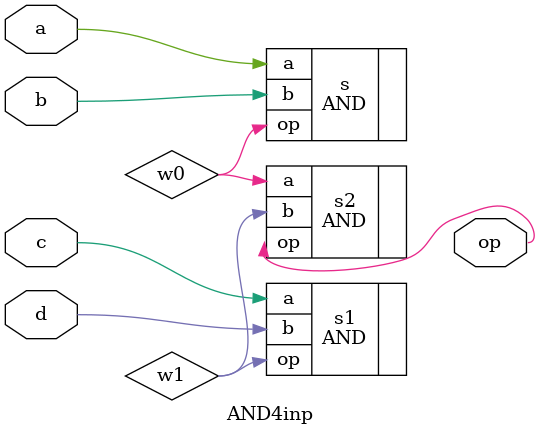
<source format=v>
`timescale 1ns / 1ps

module AND4inp(
    input a,
    input b,
    input c,
    input d,
    output op
    );
    wire w0,w1;
    AND s(.a(a), .b(b), .op(w0));
    AND s1(.a(c), .b(d), .op(w1));
    AND s2(.a(w0), .b(w1), .op(op));

endmodule
</source>
